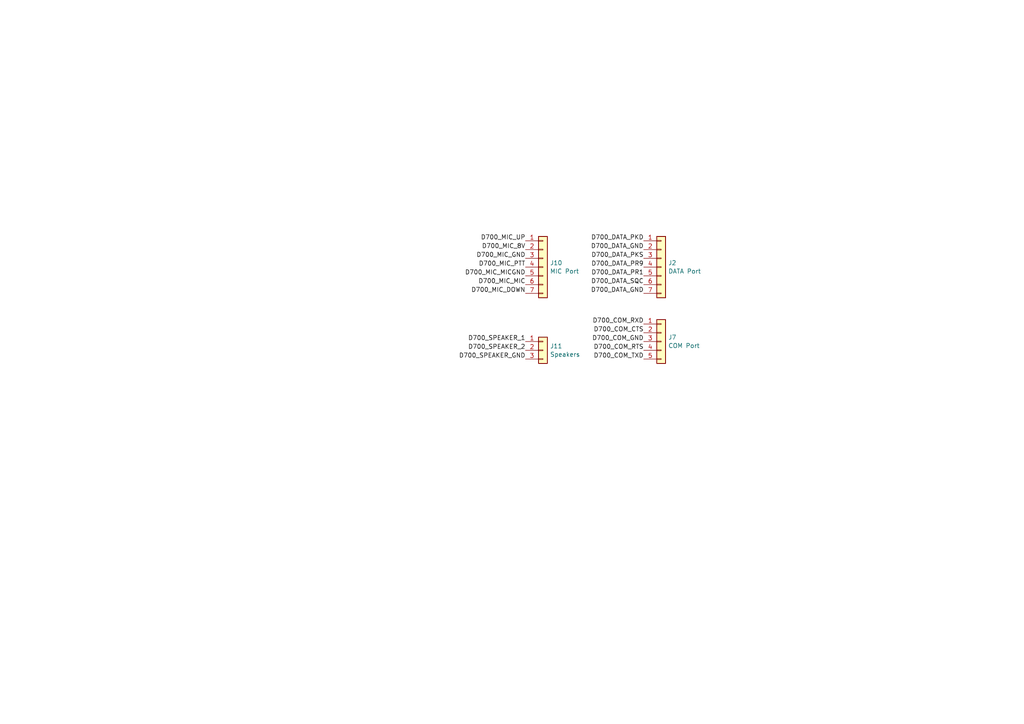
<source format=kicad_sch>
(kicad_sch (version 20250114) (generator "eeschema") (generator_version "9.0")
  (paper "A4")
  (lib_symbols
    (symbol "Connector_Generic:Conn_01x03" (pin_names (offset 1.016) (hide yes))
      (property "Reference" "J" (at 0 5.08 0))
      (property "Value" "Conn_01x03" (at 0 -5.08 0))
      (symbol "Conn_01x03_1_1"
        (rectangle (start -1.27 3.81) (end 1.27 -3.81) (stroke (width 0.254)) (fill (type background)))
        (rectangle (start -1.27 2.667) (end 0 2.413) (stroke (width 0.1524)))
        (rectangle (start -1.27 0.127) (end 0 -0.127) (stroke (width 0.1524)))
        (rectangle (start -1.27 -2.413) (end 0 -2.667) (stroke (width 0.1524)))
        (pin passive line (at -5.08 2.54 0) (length 3.81) (name "Pin_1") (number "1"))
        (pin passive line (at -5.08 0 0) (length 3.81) (name "Pin_2") (number "2"))
        (pin passive line (at -5.08 -2.54 0) (length 3.81) (name "Pin_3") (number "3"))
      )
    )
    (symbol "Connector_Generic:Conn_01x05" (pin_names (offset 1.016) (hide yes))
      (property "Reference" "J" (at 0 7.62 0))
      (property "Value" "Conn_01x05" (at 0 -7.62 0))
      (symbol "Conn_01x05_1_1"
        (rectangle (start -1.27 6.35) (end 1.27 -6.35) (stroke (width 0.254)) (fill (type background)))
        (rectangle (start -1.27 5.207) (end 0 4.953) (stroke (width 0.1524)))
        (rectangle (start -1.27 2.667) (end 0 2.413) (stroke (width 0.1524)))
        (rectangle (start -1.27 0.127) (end 0 -0.127) (stroke (width 0.1524)))
        (rectangle (start -1.27 -2.413) (end 0 -2.667) (stroke (width 0.1524)))
        (rectangle (start -1.27 -4.953) (end 0 -5.207) (stroke (width 0.1524)))
        (pin passive line (at -5.08 5.08 0) (length 3.81) (name "Pin_1") (number "1"))
        (pin passive line (at -5.08 2.54 0) (length 3.81) (name "Pin_2") (number "2"))
        (pin passive line (at -5.08 0 0) (length 3.81) (name "Pin_3") (number "3"))
        (pin passive line (at -5.08 -2.54 0) (length 3.81) (name "Pin_4") (number "4"))
        (pin passive line (at -5.08 -5.08 0) (length 3.81) (name "Pin_5") (number "5"))
      )
    )
    (symbol "Connector_Generic:Conn_01x07" (pin_names (offset 1.016) (hide yes))
      (property "Reference" "J" (at 0 10.16 0))
      (property "Value" "Conn_01x07" (at 0 -10.16 0))
      (symbol "Conn_01x07_1_1"
        (rectangle (start -1.27 8.89) (end 1.27 -8.89) (stroke (width 0.254)) (fill (type background)))
        (rectangle (start -1.27 7.747) (end 0 7.493) (stroke (width 0.1524)))
        (rectangle (start -1.27 5.207) (end 0 4.953) (stroke (width 0.1524)))
        (rectangle (start -1.27 2.667) (end 0 2.413) (stroke (width 0.1524)))
        (rectangle (start -1.27 0.127) (end 0 -0.127) (stroke (width 0.1524)))
        (rectangle (start -1.27 -2.413) (end 0 -2.667) (stroke (width 0.1524)))
        (rectangle (start -1.27 -4.953) (end 0 -5.207) (stroke (width 0.1524)))
        (rectangle (start -1.27 -7.493) (end 0 -7.747) (stroke (width 0.1524)))
        (pin passive line (at -5.08 7.62 0) (length 3.81) (name "Pin_1") (number "1"))
        (pin passive line (at -5.08 5.08 0) (length 3.81) (name "Pin_2") (number "2"))
        (pin passive line (at -5.08 2.54 0) (length 3.81) (name "Pin_3") (number "3"))
        (pin passive line (at -5.08 0 0) (length 3.81) (name "Pin_4") (number "4"))
        (pin passive line (at -5.08 -2.54 0) (length 3.81) (name "Pin_5") (number "5"))
        (pin passive line (at -5.08 -5.08 0) (length 3.81) (name "Pin_6") (number "6"))
        (pin passive line (at -5.08 -7.62 0) (length 3.81) (name "Pin_7") (number "7"))
      )
    )
  )
  (label "D700_SPEAKER_2" (at 152.4 101.6 180))
  (label "D700_COM_RXD" (at 186.69 93.98 180))
  (label "D700_MIC_DOWN" (at 152.4 85.09 180))
  (label "D700_COM_GND" (at 186.69 99.06 180))
  (label "D700_DATA_GND" (at 186.69 72.39 180))
  (label "D700_SPEAKER_GND" (at 152.4 104.14 180))
  (label "D700_DATA_SQC" (at 186.69 82.55 180))
  (label "D700_MIC_GND" (at 152.4 74.93 180))
  (label "D700_MIC_8V" (at 152.4 72.39 180))
  (label "D700_MIC_MIC" (at 152.4 82.55 180))
  (label "D700_MIC_MICGND" (at 152.4 80.01 180))
  (label "D700_COM_RTS" (at 186.69 101.6 180))
  (label "D700_DATA_PKD" (at 186.69 69.85 180))
  (label "D700_DATA_GND" (at 186.69 85.09 180))
  (label "D700_COM_TXD" (at 186.69 104.14 180))
  (label "D700_DATA_PKS" (at 186.69 74.93 180))
  (label "D700_SPEAKER_1" (at 152.4 99.06 180))
  (label "D700_COM_CTS" (at 186.69 96.52 180))
  (label "D700_MIC_UP" (at 152.4 69.85 180))
  (label "D700_DATA_PR1" (at 186.69 80.01 180))
  (label "D700_DATA_PR9" (at 186.69 77.47 180))
  (label "D700_MIC_PTT" (at 152.4 77.47 180))
  (symbol (lib_id "Connector_Generic:Conn_01x03") (at 157.48 101.6 0) (unit 1)
    (property "Reference" "J11" (at 159.512 100.3878 0) (effects (justify left)))
    (property "Value" "Speakers" (at 159.512 102.8121 0) (effects (justify left)))
    (property "Description" "Generic connector, single row, 01x03, script generated (kicad-library-utils/schlib/autogen/connector/)" (effects (hide yes)))
  )
  (symbol (lib_id "Connector_Generic:Conn_01x07") (at 191.77 77.47 0) (unit 1)
    (property "Reference" "J2" (at 193.802 76.2578 0) (effects (justify left)))
    (property "Value" "DATA Port" (at 193.802 78.6821 0) (effects (justify left)))
    (property "Description" "Generic connector, single row, 01x07, script generated (kicad-library-utils/schlib/autogen/connector/)" (effects (hide yes)))
  )
  (symbol (lib_id "Connector_Generic:Conn_01x05") (at 191.77 99.06 0) (unit 1)
    (property "Reference" "J7" (at 193.802 97.8478 0) (effects (justify left)))
    (property "Value" "COM Port" (at 193.802 100.2721 0) (effects (justify left)))
    (property "Description" "Generic connector, single row, 01x05, script generated (kicad-library-utils/schlib/autogen/connector/)" (effects (hide yes)))
  )
  (symbol (lib_id "Connector_Generic:Conn_01x07") (at 157.48 77.47 0) (unit 1)
    (property "Reference" "J10" (at 159.512 76.2578 0) (effects (justify left)))
    (property "Value" "MIC Port" (at 159.512 78.6821 0) (effects (justify left)))
    (property "Description" "Generic connector, single row, 01x07, script generated (kicad-library-utils/schlib/autogen/connector/)" (effects (hide yes)))
  )
)
</source>
